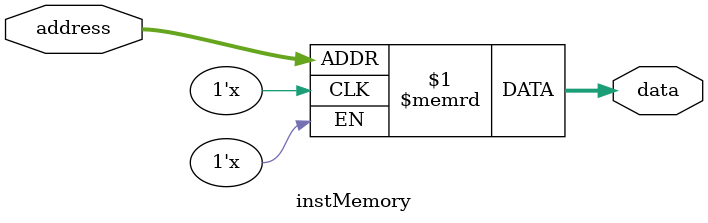
<source format=v>

/*********************** INSTRUCTION MEMORY ******************
* memory block to store instructions
* 32 bit addresses of 32 bit word length
* ** only lower 16 bits address space implemented due to verilog
* constrains...
* ***************************************************************/

module instMemory (
    input [31:0] address,
    output [31:0] data
);

reg [31:0] store [16'hffff:0];

assign data = store[address];
endmodule


/*** testModule ***
`timescale 10ns/1ns
module test;

reg [31:0] addr;
wire [31:0] dat;
instMemory DUT (addr, dat);

initial begin
    DUT.store[32'h0] = 32'ha;
    DUT.store[32'haa] = 32'haa;
    #2 addr <= 32'ha;
    #2 addr <= 32'h0;
    #2 addr <= 32'haa;
    #4 $finish;
end

initial begin
    $dumpfile("vars.vcd");
    $dumpvars(0, DUT);
end
    
endmodule

***/
</source>
